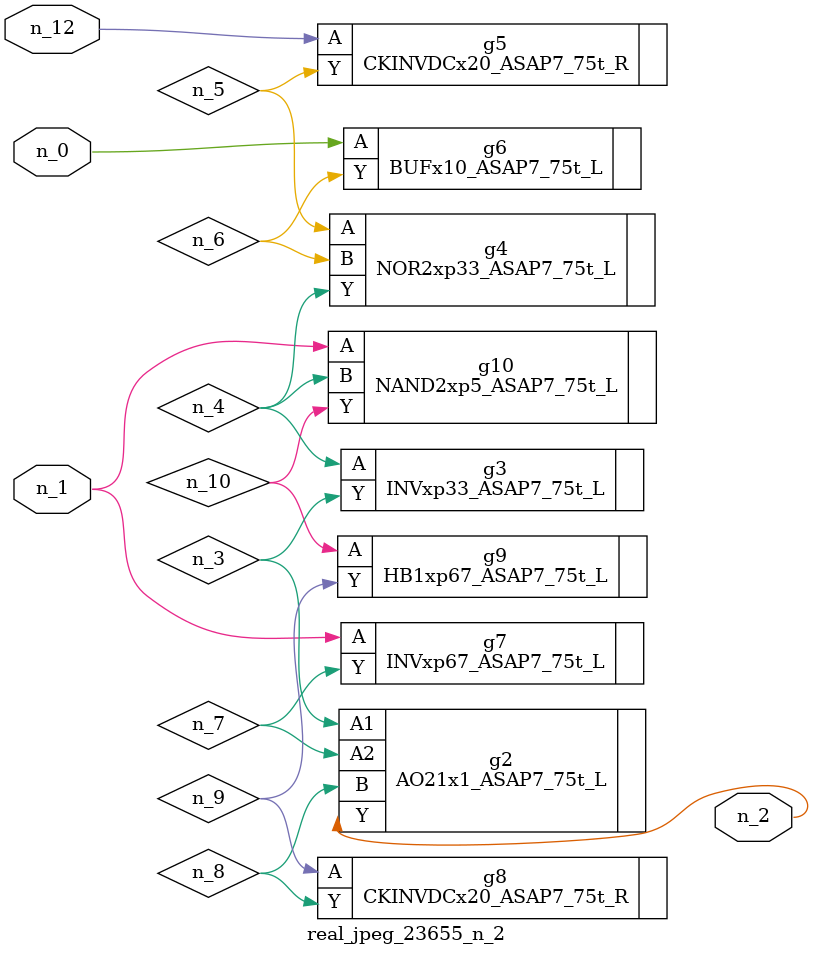
<source format=v>
module real_jpeg_23655_n_2 (n_12, n_1, n_0, n_2);

input n_12;
input n_1;
input n_0;

output n_2;

wire n_5;
wire n_4;
wire n_8;
wire n_6;
wire n_7;
wire n_3;
wire n_10;
wire n_9;

BUFx10_ASAP7_75t_L g6 ( 
.A(n_0),
.Y(n_6)
);

INVxp67_ASAP7_75t_L g7 ( 
.A(n_1),
.Y(n_7)
);

NAND2xp5_ASAP7_75t_L g10 ( 
.A(n_1),
.B(n_4),
.Y(n_10)
);

AO21x1_ASAP7_75t_L g2 ( 
.A1(n_3),
.A2(n_7),
.B(n_8),
.Y(n_2)
);

INVxp33_ASAP7_75t_L g3 ( 
.A(n_4),
.Y(n_3)
);

NOR2xp33_ASAP7_75t_L g4 ( 
.A(n_5),
.B(n_6),
.Y(n_4)
);

CKINVDCx20_ASAP7_75t_R g8 ( 
.A(n_9),
.Y(n_8)
);

HB1xp67_ASAP7_75t_L g9 ( 
.A(n_10),
.Y(n_9)
);

CKINVDCx20_ASAP7_75t_R g5 ( 
.A(n_12),
.Y(n_5)
);


endmodule
</source>
